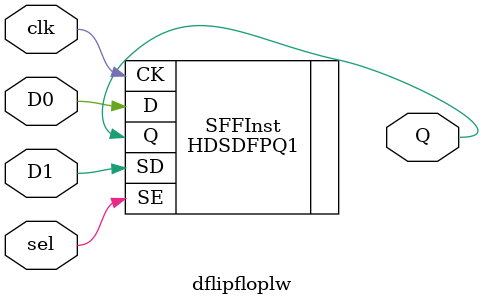
<source format=v>
`timescale 1ns / 1ps

/*
* -----------------------------------------------------------------
* COMPANY : Ruhr University Bochum
* AUTHOR  : Amir Moradi (amir.moradi@rub.de) Aein Rezaei Shahmirzadi (aein.rezaeishahmirzadi@rub.de)
* DOCUMENT: https://eprint.iacr.org/2020/
* -----------------------------------------------------------------
*
* Copyright (c) 2020, Amir Moradi, Aein Rezaei Shahmirzadi
*
* All rights reserved.
*
* THIS SOFTWARE IS PROVIDED BY THE COPYRIGHT HOLDERS AND CONTRIBUTORS "AS IS" AND
* ANY EXPRESS OR IMPLIED WARRANTIES, INCLUDING, BUT NOT LIMITED TO, THE IMPLIED
* WARRANTIES OF MERCHANTABILITY AND FITNESS FOR A PARTICULAR PURPOSE ARE
* DISCLAIMED. IN NO EVENT SHALL THE COPYRIGHT HOLDER OR CONTRIBUTERS BE LIABLE FOR ANY
* DIRECT, INDIRECT, INCIDENTAL, SPECIAL, EXEMPLARY, OR CONSEQUENTIAL DAMAGES
* (INCLUDING, BUT NOT LIMITED TO, PROCUREMENT OF SUBSTITUTE GOODS OR SERVICES;
* LOSS OF USE, DATA, OR PROFITS; OR BUSINESS INTERRUPTION) HOWEVER CAUSED AND
* ON ANY THEORY OF LIABILITY, WHETHER IN CONTRACT, STRICT LIABILITY, OR TORT
* (INCLUDING NEGLIGENCE OR OTHERWISE) ARISING IN ANY WAY OUT OF THE USE OF THIS
* SOFTWARE, EVEN IF ADVISED OF THE POSSIBILITY OF SUCH DAMAGE.
*
* Please see LICENSE and README for license and further instructions.
*/

module dflipfloplw (clk, sel, D0, D1, Q);
	input  clk, sel, D0, D1;
	output Q;

	HDSDFPQ1 SFFInst ( .D(D0), .SD(D1), .SE(sel), .CK(clk), .Q(Q) );

endmodule 


</source>
